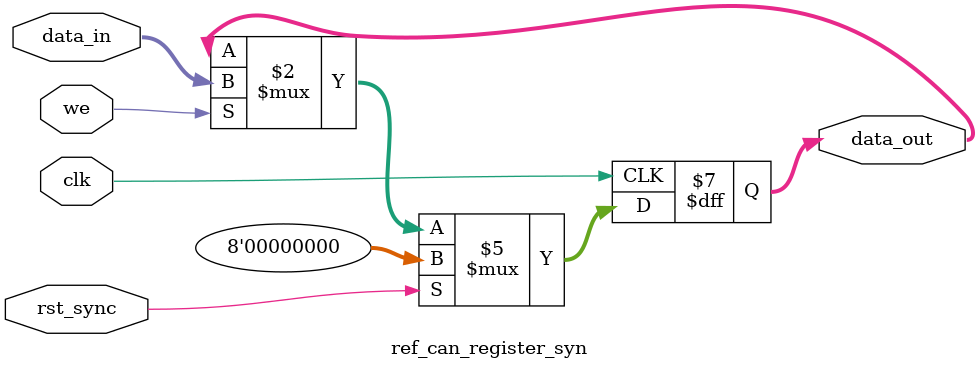
<source format=v>

`include "timescale.v"
// synopsys translate_on


module ref_can_register_syn
( data_in,
  data_out,
  we,
  clk,
  rst_sync
);

parameter WIDTH = 8; // default parameter of the register width
parameter RESET_VALUE = 0;

input [WIDTH-1:0] data_in;
input             we;
input             clk;
input             rst_sync;

output [WIDTH-1:0] data_out;
reg    [WIDTH-1:0] data_out;



always @ (posedge clk)
begin
  if (rst_sync)                       // synchronous reset
    data_out<=#1 RESET_VALUE;
  else if (we)                        // write
    data_out<=#1 data_in;
end



endmodule

</source>
